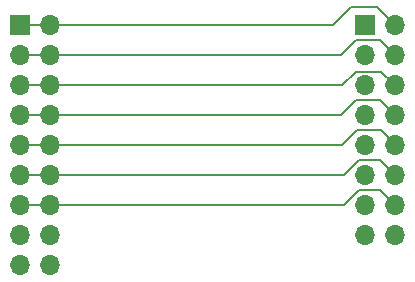
<source format=gbl>
G04 #@! TF.GenerationSoftware,KiCad,Pcbnew,(5.1.9-0-10_14)*
G04 #@! TF.CreationDate,2021-05-15T14:25:56+02:00*
G04 #@! TF.ProjectId,Aurora_DSP_I2S_Extender,4175726f-7261-45f4-9453-505f4932535f,1*
G04 #@! TF.SameCoordinates,Original*
G04 #@! TF.FileFunction,Copper,L4,Bot*
G04 #@! TF.FilePolarity,Positive*
%FSLAX46Y46*%
G04 Gerber Fmt 4.6, Leading zero omitted, Abs format (unit mm)*
G04 Created by KiCad (PCBNEW (5.1.9-0-10_14)) date 2021-05-15 14:25:56*
%MOMM*%
%LPD*%
G01*
G04 APERTURE LIST*
G04 #@! TA.AperFunction,ComponentPad*
%ADD10R,1.700000X1.700000*%
G04 #@! TD*
G04 #@! TA.AperFunction,ComponentPad*
%ADD11O,1.700000X1.700000*%
G04 #@! TD*
G04 #@! TA.AperFunction,Conductor*
%ADD12C,0.127000*%
G04 #@! TD*
G04 APERTURE END LIST*
D10*
X7620000Y20320000D03*
D11*
X10160000Y20320000D03*
X7620000Y17780000D03*
X10160000Y17780000D03*
X7620000Y15240000D03*
X10160000Y15240000D03*
X7620000Y12700000D03*
X10160000Y12700000D03*
X7620000Y10160000D03*
X10160000Y10160000D03*
X7620000Y7620000D03*
X10160000Y7620000D03*
X7620000Y5080000D03*
X10160000Y5080000D03*
X7620000Y2540000D03*
X10160000Y2540000D03*
D10*
X-21590000Y20320000D03*
D11*
X-19050000Y20320000D03*
X-21590000Y17780000D03*
X-19050000Y17780000D03*
X-21590000Y15240000D03*
X-19050000Y15240000D03*
X-21590000Y12700000D03*
X-19050000Y12700000D03*
X-21590000Y10160000D03*
X-19050000Y10160000D03*
X-21590000Y7620000D03*
X-19050000Y7620000D03*
X-21590000Y5080000D03*
X-19050000Y5080000D03*
X-21590000Y2540000D03*
X-19050000Y2540000D03*
X-21590000Y0D03*
X-19050000Y0D03*
D12*
X8636000Y21844000D02*
X10160000Y20320000D01*
X4953000Y20320000D02*
X6477000Y21844000D01*
X6477000Y21844000D02*
X8636000Y21844000D01*
X-21590000Y20320000D02*
X4953000Y20320000D01*
X-21590000Y17780000D02*
X5588000Y17780000D01*
X5588000Y17780000D02*
X6858000Y19050000D01*
X8890000Y19050000D02*
X10160000Y17780000D01*
X6858000Y19050000D02*
X8890000Y19050000D01*
X-21590000Y15240000D02*
X5715000Y15240000D01*
X5715000Y15240000D02*
X6858000Y16383000D01*
X9017000Y16383000D02*
X10160000Y15240000D01*
X6858000Y16383000D02*
X9017000Y16383000D01*
X-21590000Y12700000D02*
X5588000Y12700000D01*
X5588000Y12700000D02*
X6858000Y13970000D01*
X8890000Y13970000D02*
X10160000Y12700000D01*
X6858000Y13970000D02*
X8890000Y13970000D01*
X-21590000Y10160000D02*
X5715000Y10160000D01*
X5715000Y10160000D02*
X6985000Y11430000D01*
X6985000Y11430000D02*
X9017000Y11430000D01*
X10160000Y10287000D02*
X10160000Y10160000D01*
X9017000Y11430000D02*
X10160000Y10287000D01*
X-21590000Y7620000D02*
X5842000Y7620000D01*
X5842000Y7620000D02*
X7112000Y8890000D01*
X8890000Y8890000D02*
X10160000Y7620000D01*
X7112000Y8890000D02*
X8890000Y8890000D01*
X8890000Y6350000D02*
X10160000Y5080000D01*
X7112000Y6350000D02*
X8890000Y6350000D01*
X5842000Y5080000D02*
X7112000Y6350000D01*
X-21590000Y5080000D02*
X5842000Y5080000D01*
M02*

</source>
